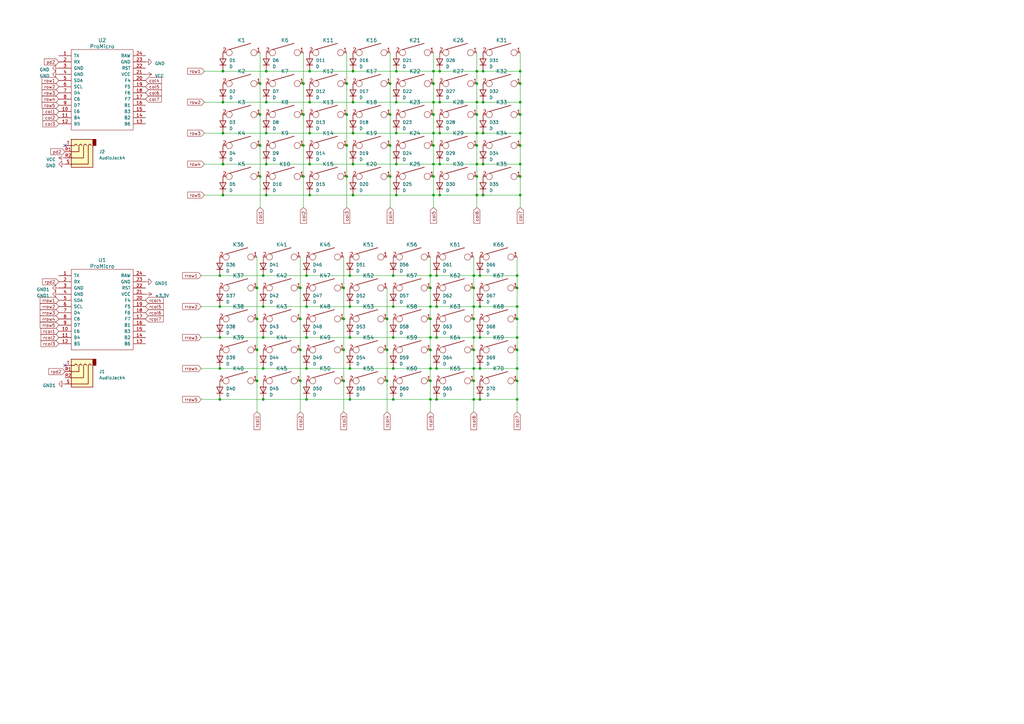
<source format=kicad_sch>
(kicad_sch (version 20230121) (generator eeschema)
  (paper "A3")
  (junction (at 105.41 118.11))
  (junction (at 125.73 138.43))
  (junction (at 107.95 138.43))
  (junction (at 198.12 29.21))
  (junction (at 180.34 67.31))
  (junction (at 140.97 118.11))
  (junction (at 212.09 143.51))
  (junction (at 177.8 54.61))
  (junction (at 212.09 113.03))
  (junction (at 143.51 163.83))
  (junction (at 140.97 130.81))
  (junction (at 158.75 130.81))
  (junction (at 125.73 113.03))
  (junction (at 195.58 34.29))
  (junction (at 162.56 54.61))
  (junction (at 177.8 72.39))
  (junction (at 179.07 151.13))
  (junction (at 124.46 72.39))
  (junction (at 105.41 156.21))
  (junction (at 195.58 54.61))
  (junction (at 158.75 156.21))
  (junction (at 91.44 67.31))
  (junction (at 176.53 138.43))
  (junction (at 212.09 138.43))
  (junction (at 180.34 54.61))
  (junction (at 195.58 59.69))
  (junction (at 161.29 151.13))
  (junction (at 213.36 29.21))
  (junction (at 194.31 125.73))
  (junction (at 160.02 46.99))
  (junction (at 180.34 41.91))
  (junction (at 106.68 34.29))
  (junction (at 125.73 151.13))
  (junction (at 162.56 29.21))
  (junction (at 143.51 125.73))
  (junction (at 162.56 80.01))
  (junction (at 213.36 72.39))
  (junction (at 177.8 34.29))
  (junction (at 180.34 29.21))
  (junction (at 106.68 59.69))
  (junction (at 161.29 138.43))
  (junction (at 123.19 143.51))
  (junction (at 198.12 67.31))
  (junction (at 179.07 163.83))
  (junction (at 107.95 113.03))
  (junction (at 160.02 59.69))
  (junction (at 212.09 163.83))
  (junction (at 107.95 163.83))
  (junction (at 109.22 80.01))
  (junction (at 195.58 29.21))
  (junction (at 109.22 41.91))
  (junction (at 161.29 125.73))
  (junction (at 194.31 130.81))
  (junction (at 198.12 54.61))
  (junction (at 90.17 113.03))
  (junction (at 213.36 59.69))
  (junction (at 179.07 125.73))
  (junction (at 212.09 151.13))
  (junction (at 212.09 130.81))
  (junction (at 140.97 156.21))
  (junction (at 105.41 130.81))
  (junction (at 143.51 151.13))
  (junction (at 105.41 143.51))
  (junction (at 195.58 72.39))
  (junction (at 125.73 125.73))
  (junction (at 213.36 54.61))
  (junction (at 90.17 163.83))
  (junction (at 176.53 113.03))
  (junction (at 177.8 67.31))
  (junction (at 127 29.21))
  (junction (at 213.36 41.91))
  (junction (at 90.17 151.13))
  (junction (at 123.19 130.81))
  (junction (at 177.8 80.01))
  (junction (at 194.31 138.43))
  (junction (at 179.07 138.43))
  (junction (at 195.58 46.99))
  (junction (at 196.85 125.73))
  (junction (at 196.85 113.03))
  (junction (at 144.78 54.61))
  (junction (at 124.46 34.29))
  (junction (at 91.44 80.01))
  (junction (at 212.09 118.11))
  (junction (at 196.85 163.83))
  (junction (at 158.75 143.51))
  (junction (at 177.8 59.69))
  (junction (at 107.95 125.73))
  (junction (at 144.78 67.31))
  (junction (at 109.22 29.21))
  (junction (at 124.46 59.69))
  (junction (at 195.58 67.31))
  (junction (at 162.56 67.31))
  (junction (at 91.44 29.21))
  (junction (at 143.51 138.43))
  (junction (at 160.02 34.29))
  (junction (at 106.68 72.39))
  (junction (at 140.97 143.51))
  (junction (at 194.31 163.83))
  (junction (at 106.68 46.99))
  (junction (at 162.56 41.91))
  (junction (at 161.29 113.03))
  (junction (at 213.36 46.99))
  (junction (at 127 54.61))
  (junction (at 127 41.91))
  (junction (at 194.31 113.03))
  (junction (at 213.36 34.29))
  (junction (at 142.24 46.99))
  (junction (at 176.53 151.13))
  (junction (at 194.31 151.13))
  (junction (at 161.29 163.83))
  (junction (at 107.95 151.13))
  (junction (at 176.53 118.11))
  (junction (at 109.22 67.31))
  (junction (at 177.8 29.21))
  (junction (at 176.53 125.73))
  (junction (at 160.02 72.39))
  (junction (at 213.36 80.01))
  (junction (at 194.31 143.51))
  (junction (at 142.24 59.69))
  (junction (at 213.36 67.31))
  (junction (at 91.44 54.61))
  (junction (at 180.34 80.01))
  (junction (at 176.53 130.81))
  (junction (at 143.51 113.03))
  (junction (at 90.17 138.43))
  (junction (at 196.85 151.13))
  (junction (at 194.31 156.21))
  (junction (at 125.73 163.83))
  (junction (at 144.78 80.01))
  (junction (at 177.8 41.91))
  (junction (at 212.09 125.73))
  (junction (at 91.44 41.91))
  (junction (at 212.09 156.21))
  (junction (at 142.24 34.29))
  (junction (at 195.58 41.91))
  (junction (at 176.53 163.83))
  (junction (at 144.78 29.21))
  (junction (at 123.19 118.11))
  (junction (at 109.22 54.61))
  (junction (at 124.46 46.99))
  (junction (at 194.31 118.11))
  (junction (at 198.12 80.01))
  (junction (at 195.58 80.01))
  (junction (at 176.53 156.21))
  (junction (at 179.07 113.03))
  (junction (at 177.8 46.99))
  (junction (at 176.53 143.51))
  (junction (at 198.12 41.91))
  (junction (at 127 80.01))
  (junction (at 144.78 41.91))
  (junction (at 123.19 156.21))
  (junction (at 127 67.31))
  (junction (at 196.85 138.43))
  (junction (at 90.17 125.73))
  (junction (at 142.24 72.39))
  (no_connect (at 26.67 59.69))
  (no_connect (at 26.67 149.86))
  (wire (pts (xy 194.31 151.13) (xy 196.85 151.13)))
  (wire (pts (xy 161.29 138.43) (xy 176.53 138.43)))
  (wire (pts (xy 127 41.91) (xy 144.78 41.91)))
  (wire (pts (xy 180.34 67.31) (xy 195.58 67.31)))
  (wire (pts (xy 109.22 41.91) (xy 127 41.91)))
  (wire (pts (xy 195.58 80.01) (xy 198.12 80.01)))
  (wire (pts (xy 90.17 113.03) (xy 107.95 113.03)))
  (wire (pts (xy 213.36 80.01) (xy 213.36 85.09)))
  (wire (pts (xy 213.36 67.31) (xy 213.36 72.39)))
  (wire (pts (xy 91.44 67.31) (xy 109.22 67.31)))
  (wire (pts (xy 179.07 125.73) (xy 194.31 125.73)))
  (wire (pts (xy 158.75 130.81) (xy 158.75 143.51)))
  (wire (pts (xy 177.8 59.69) (xy 177.8 67.31)))
  (wire (pts (xy 196.85 113.03) (xy 212.09 113.03)))
  (wire (pts (xy 212.09 156.21) (xy 212.09 163.83)))
  (wire (pts (xy 194.31 130.81) (xy 194.31 138.43)))
  (wire (pts (xy 195.58 80.01) (xy 195.58 85.09)))
  (wire (pts (xy 213.36 21.59) (xy 213.36 29.21)))
  (wire (pts (xy 107.95 151.13) (xy 125.73 151.13)))
  (wire (pts (xy 144.78 67.31) (xy 162.56 67.31)))
  (wire (pts (xy 212.09 151.13) (xy 212.09 156.21)))
  (wire (pts (xy 176.53 125.73) (xy 179.07 125.73)))
  (wire (pts (xy 176.53 105.41) (xy 176.53 113.03)))
  (wire (pts (xy 194.31 113.03) (xy 196.85 113.03)))
  (wire (pts (xy 213.36 54.61) (xy 213.36 59.69)))
  (wire (pts (xy 176.53 138.43) (xy 176.53 143.51)))
  (wire (pts (xy 213.36 59.69) (xy 213.36 67.31)))
  (wire (pts (xy 213.36 72.39) (xy 213.36 80.01)))
  (wire (pts (xy 180.34 41.91) (xy 195.58 41.91)))
  (wire (pts (xy 195.58 46.99) (xy 195.58 54.61)))
  (wire (pts (xy 142.24 46.99) (xy 142.24 59.69)))
  (wire (pts (xy 82.55 113.03) (xy 90.17 113.03)))
  (wire (pts (xy 195.58 29.21) (xy 195.58 34.29)))
  (wire (pts (xy 212.09 130.81) (xy 212.09 138.43)))
  (wire (pts (xy 158.75 143.51) (xy 158.75 156.21)))
  (wire (pts (xy 180.34 54.61) (xy 195.58 54.61)))
  (wire (pts (xy 124.46 46.99) (xy 124.46 59.69)))
  (wire (pts (xy 109.22 67.31) (xy 127 67.31)))
  (wire (pts (xy 176.53 143.51) (xy 176.53 151.13)))
  (wire (pts (xy 194.31 163.83) (xy 194.31 168.91)))
  (wire (pts (xy 176.53 163.83) (xy 179.07 163.83)))
  (wire (pts (xy 177.8 29.21) (xy 177.8 34.29)))
  (wire (pts (xy 158.75 118.11) (xy 158.75 130.81)))
  (wire (pts (xy 161.29 113.03) (xy 176.53 113.03)))
  (wire (pts (xy 107.95 138.43) (xy 125.73 138.43)))
  (wire (pts (xy 123.19 143.51) (xy 123.19 156.21)))
  (wire (pts (xy 106.68 72.39) (xy 106.68 85.09)))
  (wire (pts (xy 125.73 138.43) (xy 143.51 138.43)))
  (wire (pts (xy 180.34 29.21) (xy 195.58 29.21)))
  (wire (pts (xy 213.36 41.91) (xy 213.36 46.99)))
  (wire (pts (xy 212.09 163.83) (xy 212.09 168.91)))
  (wire (pts (xy 83.82 80.01) (xy 91.44 80.01)))
  (wire (pts (xy 162.56 29.21) (xy 177.8 29.21)))
  (wire (pts (xy 160.02 72.39) (xy 160.02 85.09)))
  (wire (pts (xy 176.53 156.21) (xy 176.53 163.83)))
  (wire (pts (xy 124.46 21.59) (xy 124.46 34.29)))
  (wire (pts (xy 195.58 41.91) (xy 195.58 46.99)))
  (wire (pts (xy 105.41 118.11) (xy 105.41 130.81)))
  (wire (pts (xy 196.85 138.43) (xy 212.09 138.43)))
  (wire (pts (xy 176.53 151.13) (xy 176.53 156.21)))
  (wire (pts (xy 123.19 105.41) (xy 123.19 118.11)))
  (wire (pts (xy 125.73 125.73) (xy 143.51 125.73)))
  (wire (pts (xy 143.51 151.13) (xy 161.29 151.13)))
  (wire (pts (xy 195.58 41.91) (xy 198.12 41.91)))
  (wire (pts (xy 142.24 21.59) (xy 142.24 34.29)))
  (wire (pts (xy 140.97 105.41) (xy 140.97 118.11)))
  (wire (pts (xy 144.78 54.61) (xy 162.56 54.61)))
  (wire (pts (xy 179.07 163.83) (xy 194.31 163.83)))
  (wire (pts (xy 161.29 163.83) (xy 176.53 163.83)))
  (wire (pts (xy 198.12 41.91) (xy 213.36 41.91)))
  (wire (pts (xy 194.31 138.43) (xy 194.31 143.51)))
  (wire (pts (xy 125.73 113.03) (xy 143.51 113.03)))
  (wire (pts (xy 162.56 54.61) (xy 177.8 54.61)))
  (wire (pts (xy 142.24 34.29) (xy 142.24 46.99)))
  (wire (pts (xy 196.85 163.83) (xy 212.09 163.83)))
  (wire (pts (xy 194.31 118.11) (xy 194.31 125.73)))
  (wire (pts (xy 194.31 138.43) (xy 196.85 138.43)))
  (wire (pts (xy 105.41 156.21) (xy 105.41 168.91)))
  (wire (pts (xy 177.8 54.61) (xy 180.34 54.61)))
  (wire (pts (xy 107.95 113.03) (xy 125.73 113.03)))
  (wire (pts (xy 212.09 138.43) (xy 212.09 143.51)))
  (wire (pts (xy 176.53 138.43) (xy 179.07 138.43)))
  (wire (pts (xy 195.58 21.59) (xy 195.58 29.21)))
  (wire (pts (xy 144.78 41.91) (xy 162.56 41.91)))
  (wire (pts (xy 198.12 67.31) (xy 213.36 67.31)))
  (wire (pts (xy 106.68 34.29) (xy 106.68 46.99)))
  (wire (pts (xy 213.36 34.29) (xy 213.36 41.91)))
  (wire (pts (xy 144.78 80.01) (xy 162.56 80.01)))
  (wire (pts (xy 83.82 54.61) (xy 91.44 54.61)))
  (wire (pts (xy 177.8 41.91) (xy 177.8 46.99)))
  (wire (pts (xy 162.56 41.91) (xy 177.8 41.91)))
  (wire (pts (xy 177.8 80.01) (xy 177.8 85.09)))
  (wire (pts (xy 179.07 151.13) (xy 194.31 151.13)))
  (wire (pts (xy 90.17 151.13) (xy 107.95 151.13)))
  (wire (pts (xy 161.29 151.13) (xy 176.53 151.13)))
  (wire (pts (xy 176.53 118.11) (xy 176.53 125.73)))
  (wire (pts (xy 109.22 54.61) (xy 127 54.61)))
  (wire (pts (xy 83.82 41.91) (xy 91.44 41.91)))
  (wire (pts (xy 194.31 151.13) (xy 194.31 156.21)))
  (wire (pts (xy 195.58 29.21) (xy 198.12 29.21)))
  (wire (pts (xy 106.68 21.59) (xy 106.68 34.29)))
  (wire (pts (xy 140.97 118.11) (xy 140.97 130.81)))
  (wire (pts (xy 176.53 113.03) (xy 176.53 118.11)))
  (wire (pts (xy 109.22 29.21) (xy 127 29.21)))
  (wire (pts (xy 177.8 34.29) (xy 177.8 41.91)))
  (wire (pts (xy 194.31 105.41) (xy 194.31 113.03)))
  (wire (pts (xy 194.31 143.51) (xy 194.31 151.13)))
  (wire (pts (xy 161.29 125.73) (xy 176.53 125.73)))
  (wire (pts (xy 125.73 163.83) (xy 143.51 163.83)))
  (wire (pts (xy 143.51 113.03) (xy 161.29 113.03)))
  (wire (pts (xy 140.97 143.51) (xy 140.97 156.21)))
  (wire (pts (xy 177.8 54.61) (xy 177.8 59.69)))
  (wire (pts (xy 123.19 130.81) (xy 123.19 143.51)))
  (wire (pts (xy 195.58 59.69) (xy 195.58 67.31)))
  (wire (pts (xy 195.58 67.31) (xy 195.58 72.39)))
  (wire (pts (xy 105.41 130.81) (xy 105.41 143.51)))
  (wire (pts (xy 196.85 125.73) (xy 212.09 125.73)))
  (wire (pts (xy 109.22 80.01) (xy 127 80.01)))
  (wire (pts (xy 123.19 118.11) (xy 123.19 130.81)))
  (wire (pts (xy 213.36 46.99) (xy 213.36 54.61)))
  (wire (pts (xy 195.58 72.39) (xy 195.58 80.01)))
  (wire (pts (xy 160.02 34.29) (xy 160.02 46.99)))
  (wire (pts (xy 177.8 67.31) (xy 177.8 72.39)))
  (wire (pts (xy 143.51 125.73) (xy 161.29 125.73)))
  (wire (pts (xy 180.34 80.01) (xy 195.58 80.01)))
  (wire (pts (xy 198.12 54.61) (xy 213.36 54.61)))
  (wire (pts (xy 127 54.61) (xy 144.78 54.61)))
  (wire (pts (xy 82.55 138.43) (xy 90.17 138.43)))
  (wire (pts (xy 213.36 29.21) (xy 213.36 34.29)))
  (wire (pts (xy 177.8 29.21) (xy 180.34 29.21)))
  (wire (pts (xy 158.75 156.21) (xy 158.75 168.91)))
  (wire (pts (xy 105.41 143.51) (xy 105.41 156.21)))
  (wire (pts (xy 83.82 29.21) (xy 91.44 29.21)))
  (wire (pts (xy 176.53 113.03) (xy 179.07 113.03)))
  (wire (pts (xy 127 29.21) (xy 144.78 29.21)))
  (wire (pts (xy 177.8 21.59) (xy 177.8 29.21)))
  (wire (pts (xy 124.46 72.39) (xy 124.46 85.09)))
  (wire (pts (xy 140.97 156.21) (xy 140.97 168.91)))
  (wire (pts (xy 177.8 72.39) (xy 177.8 80.01)))
  (wire (pts (xy 160.02 46.99) (xy 160.02 59.69)))
  (wire (pts (xy 90.17 125.73) (xy 107.95 125.73)))
  (wire (pts (xy 82.55 163.83) (xy 90.17 163.83)))
  (wire (pts (xy 212.09 118.11) (xy 212.09 125.73)))
  (wire (pts (xy 124.46 59.69) (xy 124.46 72.39)))
  (wire (pts (xy 198.12 80.01) (xy 213.36 80.01)))
  (wire (pts (xy 127 67.31) (xy 144.78 67.31)))
  (wire (pts (xy 106.68 59.69) (xy 106.68 72.39)))
  (wire (pts (xy 91.44 54.61) (xy 109.22 54.61)))
  (wire (pts (xy 143.51 138.43) (xy 161.29 138.43)))
  (wire (pts (xy 140.97 130.81) (xy 140.97 143.51)))
  (wire (pts (xy 176.53 151.13) (xy 179.07 151.13)))
  (wire (pts (xy 90.17 138.43) (xy 107.95 138.43)))
  (wire (pts (xy 82.55 125.73) (xy 90.17 125.73)))
  (wire (pts (xy 177.8 46.99) (xy 177.8 54.61)))
  (wire (pts (xy 160.02 59.69) (xy 160.02 72.39)))
  (wire (pts (xy 90.17 163.83) (xy 107.95 163.83)))
  (wire (pts (xy 144.78 29.21) (xy 162.56 29.21)))
  (wire (pts (xy 162.56 80.01) (xy 177.8 80.01)))
  (wire (pts (xy 83.82 67.31) (xy 91.44 67.31)))
  (wire (pts (xy 162.56 67.31) (xy 177.8 67.31)))
  (wire (pts (xy 82.55 151.13) (xy 90.17 151.13)))
  (wire (pts (xy 176.53 125.73) (xy 176.53 130.81)))
  (wire (pts (xy 107.95 163.83) (xy 125.73 163.83)))
  (wire (pts (xy 177.8 67.31) (xy 180.34 67.31)))
  (wire (pts (xy 212.09 143.51) (xy 212.09 151.13)))
  (wire (pts (xy 194.31 113.03) (xy 194.31 118.11)))
  (wire (pts (xy 160.02 21.59) (xy 160.02 34.29)))
  (wire (pts (xy 91.44 80.01) (xy 109.22 80.01)))
  (wire (pts (xy 196.85 151.13) (xy 212.09 151.13)))
  (wire (pts (xy 177.8 41.91) (xy 180.34 41.91)))
  (wire (pts (xy 195.58 54.61) (xy 198.12 54.61)))
  (wire (pts (xy 176.53 130.81) (xy 176.53 138.43)))
  (wire (pts (xy 106.68 46.99) (xy 106.68 59.69)))
  (wire (pts (xy 142.24 59.69) (xy 142.24 72.39)))
  (wire (pts (xy 212.09 125.73) (xy 212.09 130.81)))
  (wire (pts (xy 194.31 125.73) (xy 194.31 130.81)))
  (wire (pts (xy 212.09 105.41) (xy 212.09 113.03)))
  (wire (pts (xy 194.31 156.21) (xy 194.31 163.83)))
  (wire (pts (xy 91.44 41.91) (xy 109.22 41.91)))
  (wire (pts (xy 212.09 113.03) (xy 212.09 118.11)))
  (wire (pts (xy 195.58 34.29) (xy 195.58 41.91)))
  (wire (pts (xy 105.41 105.41) (xy 105.41 118.11)))
  (wire (pts (xy 124.46 34.29) (xy 124.46 46.99)))
  (wire (pts (xy 195.58 67.31) (xy 198.12 67.31)))
  (wire (pts (xy 195.58 54.61) (xy 195.58 59.69)))
  (wire (pts (xy 142.24 72.39) (xy 142.24 85.09)))
  (wire (pts (xy 143.51 163.83) (xy 161.29 163.83)))
  (wire (pts (xy 123.19 156.21) (xy 123.19 168.91)))
  (wire (pts (xy 179.07 113.03) (xy 194.31 113.03)))
  (wire (pts (xy 179.07 138.43) (xy 194.31 138.43)))
  (wire (pts (xy 125.73 151.13) (xy 143.51 151.13)))
  (wire (pts (xy 194.31 125.73) (xy 196.85 125.73)))
  (wire (pts (xy 194.31 163.83) (xy 196.85 163.83)))
  (wire (pts (xy 177.8 80.01) (xy 180.34 80.01)))
  (wire (pts (xy 176.53 163.83) (xy 176.53 168.91)))
  (wire (pts (xy 198.12 29.21) (xy 213.36 29.21)))
  (wire (pts (xy 107.95 125.73) (xy 125.73 125.73)))
  (wire (pts (xy 127 80.01) (xy 144.78 80.01)))
  (wire (pts (xy 91.44 29.21) (xy 109.22 29.21)))
  (global_label "row2" (shape input) (at 24.13 35.56 180) (property "Intersheetrefs" "${INTERSHEET_REFS}" (effects hide)))
  (global_label "row4" (shape input) (at 24.13 40.64 180) (property "Intersheetrefs" "${INTERSHEET_REFS}" (effects hide)))
  (global_label "row5" (shape input) (at 24.13 43.18 180) (property "Intersheetrefs" "${INTERSHEET_REFS}" (effects hide)))
  (global_label "rcol4" (shape input) (at 59.69 123.19 0) (property "Intersheetrefs" "${INTERSHEET_REFS}" (effects hide)))
  (global_label "pd2" (shape input) (at 26.67 62.23 180) (property "Intersheetrefs" "${INTERSHEET_REFS}" (effects hide)))
  (global_label "rrow2" (shape input) (at 82.55 125.73 180) (property "Intersheetrefs" "${INTERSHEET_REFS}" (effects hide)))
  (global_label "rrow3" (shape input) (at 24.13 128.27 180) (property "Intersheetrefs" "${INTERSHEET_REFS}" (effects hide)))
  (global_label "rrow4" (shape input) (at 82.55 151.13 180) (property "Intersheetrefs" "${INTERSHEET_REFS}" (effects hide)))
  (global_label "row4" (shape input) (at 83.82 67.31 180) (property "Intersheetrefs" "${INTERSHEET_REFS}" (effects hide)))
  (global_label "col3" (shape input) (at 24.13 50.8 180) (property "Intersheetrefs" "${INTERSHEET_REFS}" (effects hide)))
  (global_label "row5" (shape input) (at 83.82 80.01 180) (property "Intersheetrefs" "${INTERSHEET_REFS}" (effects hide)))
  (global_label "rpd2" (shape input) (at 26.67 152.4 180) (property "Intersheetrefs" "${INTERSHEET_REFS}" (effects hide)))
  (global_label "row1" (shape input) (at 24.13 33.02 180) (property "Intersheetrefs" "${INTERSHEET_REFS}" (effects hide)))
  (global_label "rrow1" (shape input) (at 82.55 113.03 180) (property "Intersheetrefs" "${INTERSHEET_REFS}" (effects hide)))
  (global_label "rpd2" (shape input) (at 24.13 115.57 180) (property "Intersheetrefs" "${INTERSHEET_REFS}" (effects hide)))
  (global_label "row1" (shape input) (at 83.82 29.21 180) (property "Intersheetrefs" "${INTERSHEET_REFS}" (effects hide)))
  (global_label "col6" (shape input) (at 195.58 85.09 270) (property "Intersheetrefs" "${INTERSHEET_REFS}" (effects hide)))
  (global_label "col5" (shape input) (at 59.69 35.56 0) (property "Intersheetrefs" "${INTERSHEET_REFS}" (effects hide)))
  (global_label "rcol2" (shape input) (at 24.13 138.43 180) (property "Intersheetrefs" "${INTERSHEET_REFS}" (effects hide)))
  (global_label "rrow4" (shape input) (at 24.13 130.81 180) (property "Intersheetrefs" "${INTERSHEET_REFS}" (effects hide)))
  (global_label "rcol5" (shape input) (at 59.69 125.73 0) (property "Intersheetrefs" "${INTERSHEET_REFS}" (effects hide)))
  (global_label "rcol1" (shape input) (at 24.13 135.89 180) (property "Intersheetrefs" "${INTERSHEET_REFS}" (effects hide)))
  (global_label "rcol3" (shape input) (at 140.97 168.91 270) (property "Intersheetrefs" "${INTERSHEET_REFS}" (effects hide)))
  (global_label "rcol5" (shape input) (at 176.53 168.91 270) (property "Intersheetrefs" "${INTERSHEET_REFS}" (effects hide)))
  (global_label "col4" (shape input) (at 59.69 33.02 0) (property "Intersheetrefs" "${INTERSHEET_REFS}" (effects hide)))
  (global_label "row3" (shape input) (at 83.82 54.61 180) (property "Intersheetrefs" "${INTERSHEET_REFS}" (effects hide)))
  (global_label "rcol6" (shape input) (at 59.69 128.27 0) (property "Intersheetrefs" "${INTERSHEET_REFS}" (effects hide)))
  (global_label "col7" (shape input) (at 59.69 40.64 0) (property "Intersheetrefs" "${INTERSHEET_REFS}" (effects hide)))
  (global_label "col7" (shape input) (at 213.36 85.09 270) (property "Intersheetrefs" "${INTERSHEET_REFS}" (effects hide)))
  (global_label "rcol7" (shape input) (at 59.69 130.81 0) (property "Intersheetrefs" "${INTERSHEET_REFS}" (effects hide)))
  (global_label "rcol4" (shape input) (at 158.75 168.91 270) (property "Intersheetrefs" "${INTERSHEET_REFS}" (effects hide)))
  (global_label "rcol7" (shape input) (at 212.09 168.91 270) (property "Intersheetrefs" "${INTERSHEET_REFS}" (effects hide)))
  (global_label "rrow5" (shape input) (at 24.13 133.35 180) (property "Intersheetrefs" "${INTERSHEET_REFS}" (effects hide)))
  (global_label "row2" (shape input) (at 83.82 41.91 180) (property "Intersheetrefs" "${INTERSHEET_REFS}" (effects hide)))
  (global_label "row3" (shape input) (at 24.13 38.1 180) (property "Intersheetrefs" "${INTERSHEET_REFS}" (effects hide)))
  (global_label "col4" (shape input) (at 160.02 85.09 270) (property "Intersheetrefs" "${INTERSHEET_REFS}" (effects hide)))
  (global_label "rcol2" (shape input) (at 123.19 168.91 270) (property "Intersheetrefs" "${INTERSHEET_REFS}" (effects hide)))
  (global_label "col1" (shape input) (at 106.68 85.09 270) (property "Intersheetrefs" "${INTERSHEET_REFS}" (effects hide)))
  (global_label "rrow2" (shape input) (at 24.13 125.73 180) (property "Intersheetrefs" "${INTERSHEET_REFS}" (effects hide)))
  (global_label "rcol6" (shape input) (at 194.31 168.91 270) (property "Intersheetrefs" "${INTERSHEET_REFS}" (effects hide)))
  (global_label "pd2" (shape input) (at 24.13 25.4 180) (property "Intersheetrefs" "${INTERSHEET_REFS}" (effects hide)))
  (global_label "rrow5" (shape input) (at 82.55 163.83 180) (property "Intersheetrefs" "${INTERSHEET_REFS}" (effects hide)))
  (global_label "col3" (shape input) (at 142.24 85.09 270) (property "Intersheetrefs" "${INTERSHEET_REFS}" (effects hide)))
  (global_label "rrow1" (shape input) (at 24.13 123.19 180) (property "Intersheetrefs" "${INTERSHEET_REFS}" (effects hide)))
  (global_label "col1" (shape input) (at 24.13 45.72 180) (property "Intersheetrefs" "${INTERSHEET_REFS}" (effects hide)))
  (global_label "col6" (shape input) (at 59.69 38.1 0) (property "Intersheetrefs" "${INTERSHEET_REFS}" (effects hide)))
  (global_label "rcol1" (shape input) (at 105.41 168.91 270) (property "Intersheetrefs" "${INTERSHEET_REFS}" (effects hide)))
  (global_label "col2" (shape input) (at 24.13 48.26 180) (property "Intersheetrefs" "${INTERSHEET_REFS}" (effects hide)))
  (global_label "rrow3" (shape input) (at 82.55 138.43 180) (property "Intersheetrefs" "${INTERSHEET_REFS}" (effects hide)))
  (global_label "rcol3" (shape input) (at 24.13 140.97 180) (property "Intersheetrefs" "${INTERSHEET_REFS}" (effects hide)))
  (global_label "col2" (shape input) (at 124.46 85.09 270) (property "Intersheetrefs" "${INTERSHEET_REFS}" (effects hide)))
  (global_label "col5" (shape input) (at 177.8 85.09 270) (property "Intersheetrefs" "${INTERSHEET_REFS}" (effects hide)))
  (symbol (lib_id "keyboard_parts:KEYSW") (at 99.06 72.39 0) (unit 1)
    (property "Reference" "K5" (at 99.06 67.31 0) (effects (font (size 1.524 1.524))))
    (property "Value" "KEYSW" (effects hide))
    (property "Footprint" "keyboard_parts.pretty-master:Mx_Alps_100" (effects hide))
  )
  (symbol (lib_id "keyboard_parts:KEYSW") (at 152.4 59.69 0) (unit 1)
    (property "Reference" "K19" (at 152.4 54.61 0) (effects (font (size 1.524 1.524))))
    (property "Value" "KEYSW" (effects hide))
    (property "Footprint" "keyboard_parts.pretty-master:Mx_Alps_100" (effects hide))
  )
  (symbol (lib_id "Device:D") (at 179.07 109.22 90) (unit 1)
    (property "Reference" "D61" (at 181.61 108.585 90) (effects (justify right)))
    (property "Value" "D" (at 181.61 111.125 90) (effects (justify right)))
    (property "Footprint" "keyboard_parts.pretty-master:D_SOD123_axial" (effects hide))
    (property "Sim.Device" "D" (effects hide))
    (property "Sim.Pins" "1=K 2=A" (effects hide))
  )
  (symbol (lib_id "Device:D") (at 109.22 38.1 90) (unit 1)
    (property "Reference" "D7" (at 111.76 37.465 90) (effects (justify right)))
    (property "Value" "D" (at 111.76 40.005 90) (effects (justify right)))
    (property "Footprint" "keyboard_parts.pretty-master:D_SOD123_axial" (effects hide))
    (property "Sim.Device" "D" (effects hide))
    (property "Sim.Pins" "1=K 2=A" (effects hide))
  )
  (symbol (lib_id "Device:D") (at 144.78 38.1 90) (unit 1)
    (property "Reference" "D17" (at 147.32 37.465 90) (effects (justify right)))
    (property "Value" "D" (at 147.32 40.005 90) (effects (justify right)))
    (property "Footprint" "keyboard_parts.pretty-master:D_SOD123_axial" (effects hide))
    (property "Sim.Device" "D" (effects hide))
    (property "Sim.Pins" "1=K 2=A" (effects hide))
  )
  (symbol (lib_id "keyboard_parts:KEYSW") (at 170.18 72.39 0) (unit 1)
    (property "Reference" "K25" (at 170.18 67.31 0) (effects (font (size 1.524 1.524))))
    (property "Value" "KEYSW" (effects hide))
    (property "Footprint" "keyboard_parts.pretty-master:Mx_Alps_100" (effects hide))
  )
  (symbol (lib_id "keyboard_parts:KEYSW") (at 204.47 130.81 0) (unit 1)
    (property "Reference" "K68" (at 204.47 125.73 0) (effects (font (size 1.524 1.524))))
    (property "Value" "KEYSW" (effects hide))
    (property "Footprint" "keyboard_parts.pretty-master:Mx_Alps_100" (effects hide))
  )
  (symbol (lib_id "keyboard_parts:KEYSW") (at 170.18 34.29 0) (unit 1)
    (property "Reference" "K22" (at 170.18 29.21 0) (effects (font (size 1.524 1.524))))
    (property "Value" "KEYSW" (effects hide))
    (property "Footprint" "keyboard_parts.pretty-master:Mx_Alps_100" (effects hide))
  )
  (symbol (lib_id "Device:D") (at 198.12 76.2 90) (unit 1)
    (property "Reference" "D35" (at 200.66 75.565 90) (effects (justify right)))
    (property "Value" "D" (at 200.66 78.105 90) (effects (justify right)))
    (property "Footprint" "keyboard_parts.pretty-master:D_SOD123_axial" (effects hide))
    (property "Sim.Device" "D" (effects hide))
    (property "Sim.Pins" "1=K 2=A" (effects hide))
  )
  (symbol (lib_id "Device:D") (at 162.56 50.8 90) (unit 1)
    (property "Reference" "D23" (at 165.1 50.165 90) (effects (justify right)))
    (property "Value" "D" (at 165.1 52.705 90) (effects (justify right)))
    (property "Footprint" "keyboard_parts.pretty-master:D_SOD123_axial" (effects hide))
    (property "Sim.Device" "D" (effects hide))
    (property "Sim.Pins" "1=K 2=A" (effects hide))
  )
  (symbol (lib_id "keyboard_parts:KEYSW") (at 151.13 156.21 0) (unit 1)
    (property "Reference" "K55" (at 151.13 151.13 0) (effects (font (size 1.524 1.524))))
    (property "Value" "KEYSW" (effects hide))
    (property "Footprint" "keyboard_parts.pretty-master:Mx_Alps_100" (effects hide))
  )
  (symbol (lib_id "Device:D") (at 109.22 50.8 90) (unit 1)
    (property "Reference" "D8" (at 111.76 50.165 90) (effects (justify right)))
    (property "Value" "D" (at 111.76 52.705 90) (effects (justify right)))
    (property "Footprint" "keyboard_parts.pretty-master:D_SOD123_axial" (effects hide))
    (property "Sim.Device" "D" (effects hide))
    (property "Sim.Pins" "1=K 2=A" (effects hide))
  )
  (symbol (lib_id "Device:D") (at 90.17 109.22 90) (unit 1)
    (property "Reference" "D36" (at 92.71 108.585 90) (effects (justify right)))
    (property "Value" "D" (at 92.71 111.125 90) (effects (justify right)))
    (property "Footprint" "keyboard_parts.pretty-master:D_SOD123_axial" (effects hide))
    (property "Sim.Device" "D" (effects hide))
    (property "Sim.Pins" "1=K 2=A" (effects hide))
  )
  (symbol (lib_id "keyboard_parts:KEYSW") (at 170.18 21.59 0) (unit 1)
    (property "Reference" "K21" (at 170.18 16.51 0) (effects (font (size 1.524 1.524))))
    (property "Value" "KEYSW" (effects hide))
    (property "Footprint" "keyboard_parts.pretty-master:Mx_Alps_100" (effects hide))
  )
  (symbol (lib_id "keyboard_parts:KEYSW") (at 168.91 143.51 0) (unit 1)
    (property "Reference" "K59" (at 168.91 138.43 0) (effects (font (size 1.524 1.524))))
    (property "Value" "KEYSW" (effects hide))
    (property "Footprint" "keyboard_parts.pretty-master:Mx_Alps_100" (effects hide))
  )
  (symbol (lib_id "keyboard_parts:KEYSW") (at 99.06 46.99 0) (unit 1)
    (property "Reference" "K3" (at 99.06 41.91 0) (effects (font (size 1.524 1.524))))
    (property "Value" "KEYSW" (effects hide))
    (property "Footprint" "keyboard_parts.pretty-master:Mx_Alps_100" (effects hide))
  )
  (symbol (lib_id "keyboard_parts:KEYSW") (at 205.74 34.29 0) (unit 1)
    (property "Reference" "K32" (at 205.74 29.21 0) (effects (font (size 1.524 1.524))))
    (property "Value" "KEYSW" (effects hide))
    (property "Footprint" "keyboard_parts.pretty-master:Mx_Alps_100" (effects hide))
  )
  (symbol (lib_id "Device:D") (at 161.29 121.92 90) (unit 1)
    (property "Reference" "D57" (at 163.83 121.285 90) (effects (justify right)))
    (property "Value" "D" (at 163.83 123.825 90) (effects (justify right)))
    (property "Footprint" "keyboard_parts.pretty-master:D_SOD123_axial" (effects hide))
    (property "Sim.Device" "D" (effects hide))
    (property "Sim.Pins" "1=K 2=A" (effects hide))
  )
  (symbol (lib_id "Device:D") (at 196.85 147.32 90) (unit 1)
    (property "Reference" "D69" (at 199.39 146.685 90) (effects (justify right)))
    (property "Value" "D" (at 199.39 149.225 90) (effects (justify right)))
    (property "Footprint" "keyboard_parts.pretty-master:D_SOD123_axial" (effects hide))
    (property "Sim.Device" "D" (effects hide))
    (property "Sim.Pins" "1=K 2=A" (effects hide))
  )
  (symbol (lib_id "Device:D") (at 180.34 63.5 90) (unit 1)
    (property "Reference" "D29" (at 182.88 62.865 90) (effects (justify right)))
    (property "Value" "D" (at 182.88 65.405 90) (effects (justify right)))
    (property "Footprint" "keyboard_parts.pretty-master:D_SOD123_axial" (effects hide))
    (property "Sim.Device" "D" (effects hide))
    (property "Sim.Pins" "1=K 2=A" (effects hide))
  )
  (symbol (lib_id "Device:D") (at 144.78 76.2 90) (unit 1)
    (property "Reference" "D20" (at 147.32 75.565 90) (effects (justify right)))
    (property "Value" "D" (at 147.32 78.105 90) (effects (justify right)))
    (property "Footprint" "keyboard_parts.pretty-master:D_SOD123_axial" (effects hide))
    (property "Sim.Device" "D" (effects hide))
    (property "Sim.Pins" "1=K 2=A" (effects hide))
  )
  (symbol (lib_id "keyboard_parts:KEYSW") (at 204.47 118.11 0) (unit 1)
    (property "Reference" "K67" (at 204.47 113.03 0) (effects (font (size 1.524 1.524))))
    (property "Value" "KEYSW" (effects hide))
    (property "Footprint" "keyboard_parts.pretty-master:Mx_Alps_100" (effects hide))
  )
  (symbol (lib_id "keyboard_parts:KEYSW") (at 205.74 59.69 0) (unit 1)
    (property "Reference" "K34" (at 205.74 54.61 0) (effects (font (size 1.524 1.524))))
    (property "Value" "KEYSW" (effects hide))
    (property "Footprint" "keyboard_parts.pretty-master:Mx_Alps_100" (effects hide))
  )
  (symbol (lib_id "Device:D") (at 144.78 25.4 90) (unit 1)
    (property "Reference" "D16" (at 147.32 24.765 90) (effects (justify right)))
    (property "Value" "D" (at 147.32 27.305 90) (effects (justify right)))
    (property "Footprint" "keyboard_parts.pretty-master:D_SOD123_axial" (effects hide))
    (property "Sim.Device" "D" (effects hide))
    (property "Sim.Pins" "1=K 2=A" (effects hide))
  )
  (symbol (lib_id "Device:D") (at 91.44 25.4 90) (unit 1)
    (property "Reference" "D1" (at 93.98 24.765 90) (effects (justify right)))
    (property "Value" "D" (at 93.98 27.305 90) (effects (justify right)))
    (property "Footprint" "keyboard_parts.pretty-master:D_SOD123_axial" (effects hide))
    (property "Sim.Device" "D" (effects hide))
    (property "Sim.Pins" "1=K 2=A" (effects hide))
  )
  (symbol (lib_id "power:VCC") (at 59.69 30.48 270) (unit 1)
    (property "Reference" "#PWR015" (effects hide))
    (property "Value" "VCC" (at 63.5 31.115 90) (effects (justify left)))
  )
  (symbol (lib_id "power:GND") (at 24.13 30.48 270) (unit 1)
    (property "Reference" "#PWR019" (effects hide))
    (property "Value" "GND" (at 20.32 31.115 90) (effects (justify right)))
  )
  (symbol (lib_id "keyboard_parts:KEYSW") (at 186.69 130.81 0) (unit 1)
    (property "Reference" "K63" (at 186.69 125.73 0) (effects (font (size 1.524 1.524))))
    (property "Value" "KEYSW" (effects hide))
    (property "Footprint" "keyboard_parts.pretty-master:Mx_Alps_100" (effects hide))
  )
  (symbol (lib_id "Device:D") (at 109.22 63.5 90) (unit 1)
    (property "Reference" "D9" (at 111.76 62.865 90) (effects (justify right)))
    (property "Value" "D" (at 111.76 65.405 90) (effects (justify right)))
    (property "Footprint" "keyboard_parts.pretty-master:D_SOD123_axial" (effects hide))
    (property "Sim.Device" "D" (effects hide))
    (property "Sim.Pins" "1=K 2=A" (effects hide))
  )
  (symbol (lib_id "keyboard_parts:KEYSW") (at 99.06 21.59 0) (unit 1)
    (property "Reference" "K1" (at 99.06 16.51 0) (effects (font (size 1.524 1.524))))
    (property "Value" "KEYSW" (effects hide))
    (property "Footprint" "keyboard_parts.pretty-master:Mx_Alps_100" (effects hide))
  )
  (symbol (lib_id "Device:D") (at 162.56 38.1 90) (unit 1)
    (property "Reference" "D22" (at 165.1 37.465 90) (effects (justify right)))
    (property "Value" "D" (at 165.1 40.005 90) (effects (justify right)))
    (property "Footprint" "keyboard_parts.pretty-master:D_SOD123_axial" (effects hide))
    (property "Sim.Device" "D" (effects hide))
    (property "Sim.Pins" "1=K 2=A" (effects hide))
  )
  (symbol (lib_id "Device:D") (at 107.95 147.32 90) (unit 1)
    (property "Reference" "D44" (at 110.49 146.685 90) (effects (justify right)))
    (property "Value" "D" (at 110.49 149.225 90) (effects (justify right)))
    (property "Footprint" "keyboard_parts.pretty-master:D_SOD123_axial" (effects hide))
    (property "Sim.Device" "D" (effects hide))
    (property "Sim.Pins" "1=K 2=A" (effects hide))
  )
  (symbol (lib_id "keyboard_parts:KEYSW") (at 187.96 34.29 0) (unit 1)
    (property "Reference" "K27" (at 187.96 29.21 0) (effects (font (size 1.524 1.524))))
    (property "Value" "KEYSW" (effects hide))
    (property "Footprint" "keyboard_parts.pretty-master:Mx_Alps_100" (effects hide))
  )
  (symbol (lib_id "Device:D") (at 144.78 50.8 90) (unit 1)
    (property "Reference" "D18" (at 147.32 50.165 90) (effects (justify right)))
    (property "Value" "D" (at 147.32 52.705 90) (effects (justify right)))
    (property "Footprint" "keyboard_parts.pretty-master:D_SOD123_axial" (effects hide))
    (property "Sim.Device" "D" (effects hide))
    (property "Sim.Pins" "1=K 2=A" (effects hide))
  )
  (symbol (lib_id "Device:D") (at 127 63.5 90) (unit 1)
    (property "Reference" "D14" (at 129.54 62.865 90) (effects (justify right)))
    (property "Value" "D" (at 129.54 65.405 90) (effects (justify right)))
    (property "Footprint" "keyboard_parts.pretty-master:D_SOD123_axial" (effects hide))
    (property "Sim.Device" "D" (effects hide))
    (property "Sim.Pins" "1=K 2=A" (effects hide))
  )
  (symbol (lib_id "Device:D") (at 109.22 76.2 90) (unit 1)
    (property "Reference" "D10" (at 111.76 75.565 90) (effects (justify right)))
    (property "Value" "D" (at 111.76 78.105 90) (effects (justify right)))
    (property "Footprint" "keyboard_parts.pretty-master:D_SOD123_axial" (effects hide))
    (property "Sim.Device" "D" (effects hide))
    (property "Sim.Pins" "1=K 2=A" (effects hide))
  )
  (symbol (lib_id "keyboard_parts:KEYSW") (at 134.62 21.59 0) (unit 1)
    (property "Reference" "K11" (at 134.62 16.51 0) (effects (font (size 1.524 1.524))))
    (property "Value" "KEYSW" (effects hide))
    (property "Footprint" "keyboard_parts.pretty-master:Mx_Alps_100" (effects hide))
  )
  (symbol (lib_id "keyboard_parts:KEYSW") (at 187.96 46.99 0) (unit 1)
    (property "Reference" "K28" (at 187.96 41.91 0) (effects (font (size 1.524 1.524))))
    (property "Value" "KEYSW" (effects hide))
    (property "Footprint" "keyboard_parts.pretty-master:Mx_Alps_100" (effects hide))
  )
  (symbol (lib_id "keyboard_parts:KEYSW") (at 115.57 118.11 0) (unit 1)
    (property "Reference" "K42" (at 115.57 113.03 0) (effects (font (size 1.524 1.524))))
    (property "Value" "KEYSW" (effects hide))
    (property "Footprint" "keyboard_parts.pretty-master:Mx_Alps_100" (effects hide))
  )
  (symbol (lib_id "keyboard_parts:KEYSW") (at 97.79 130.81 0) (unit 1)
    (property "Reference" "K38" (at 97.79 125.73 0) (effects (font (size 1.524 1.524))))
    (property "Value" "KEYSW" (effects hide))
    (property "Footprint" "keyboard_parts.pretty-master:Mx_Alps_100" (effects hide))
  )
  (symbol (lib_id "Device:D") (at 180.34 25.4 90) (unit 1)
    (property "Reference" "D26" (at 182.88 24.765 90) (effects (justify right)))
    (property "Value" "D" (at 182.88 27.305 90) (effects (justify right)))
    (property "Footprint" "keyboard_parts.pretty-master:D_SOD123_axial" (effects hide))
    (property "Sim.Device" "D" (effects hide))
    (property "Sim.Pins" "1=K 2=A" (effects hide))
  )
  (symbol (lib_id "power:GND1") (at 24.13 120.65 270) (unit 1)
    (property "Reference" "#PWR06" (effects hide))
    (property "Value" "GND1" (at 20.32 121.285 90) (effects (justify right)))
  )
  (symbol (lib_id "keyboard_parts:KEYSW") (at 133.35 105.41 0) (unit 1)
    (property "Reference" "K46" (at 133.35 100.33 0) (effects (font (size 1.524 1.524))))
    (property "Value" "KEYSW" (effects hide))
    (property "Footprint" "keyboard_parts.pretty-master:Mx_Alps_100" (effects hide))
  )
  (symbol (lib_id "keyboard_parts:KEYSW") (at 133.35 130.81 0) (unit 1)
    (property "Reference" "K48" (at 133.35 125.73 0) (effects (font (size 1.524 1.524))))
    (property "Value" "KEYSW" (effects hide))
    (property "Footprint" "keyboard_parts.pretty-master:Mx_Alps_100" (effects hide))
  )
  (symbol (lib_id "Device:D") (at 125.73 147.32 90) (unit 1)
    (property "Reference" "D49" (at 128.27 146.685 90) (effects (justify right)))
    (property "Value" "D" (at 128.27 149.225 90) (effects (justify right)))
    (property "Footprint" "keyboard_parts.pretty-master:D_SOD123_axial" (effects hide))
    (property "Sim.Device" "D" (effects hide))
    (property "Sim.Pins" "1=K 2=A" (effects hide))
  )
  (symbol (lib_id "Device:D") (at 91.44 76.2 90) (unit 1)
    (property "Reference" "D5" (at 93.98 75.565 90) (effects (justify right)))
    (property "Value" "D" (at 93.98 78.105 90) (effects (justify right)))
    (property "Footprint" "keyboard_parts.pretty-master:D_SOD123_axial" (effects hide))
    (property "Sim.Device" "D" (effects hide))
    (property "Sim.Pins" "1=K 2=A" (effects hide))
  )
  (symbol (lib_id "keyboard_parts:KEYSW") (at 116.84 21.59 0) (unit 1)
    (property "Reference" "K6" (at 116.84 16.51 0) (effects (font (size 1.524 1.524))))
    (property "Value" "KEYSW" (effects hide))
    (property "Footprint" "keyboard_parts.pretty-master:Mx_Alps_100" (effects hide))
  )
  (symbol (lib_id "keyboard_parts:KEYSW") (at 152.4 34.29 0) (unit 1)
    (property "Reference" "K17" (at 152.4 29.21 0) (effects (font (size 1.524 1.524))))
    (property "Value" "KEYSW" (effects hide))
    (property "Footprint" "keyboard_parts.pretty-master:Mx_Alps_100" (effects hide))
  )
  (symbol (lib_id "Device:D") (at 127 25.4 90) (unit 1)
    (property "Reference" "D11" (at 129.54 24.765 90) (effects (justify right)))
    (property "Value" "D" (at 129.54 27.305 90) (effects (justify right)))
    (property "Footprint" "keyboard_parts.pretty-master:D_SOD123_axial" (effects hide))
    (property "Sim.Device" "D" (effects hide))
    (property "Sim.Pins" "1=K 2=A" (effects hide))
  )
  (symbol (lib_id "keyboard_parts:KEYSW") (at 186.69 156.21 0) (unit 1)
    (property "Reference" "K65" (at 186.69 151.13 0) (effects (font (size 1.524 1.524))))
    (property "Value" "KEYSW" (effects hide))
    (property "Footprint" "keyboard_parts.pretty-master:Mx_Alps_100" (effects hide))
  )
  (symbol (lib_id "Device:D") (at 196.85 109.22 90) (unit 1)
    (property "Reference" "D66" (at 199.39 108.585 90) (effects (justify right)))
    (property "Value" "D" (at 199.39 111.125 90) (effects (justify right)))
    (property "Footprint" "keyboard_parts.pretty-master:D_SOD123_axial" (effects hide))
    (property "Sim.Device" "D" (effects hide))
    (property "Sim.Pins" "1=K 2=A" (effects hide))
  )
  (symbol (lib_id "Device:D") (at 161.29 134.62 90) (unit 1)
    (property "Reference" "D58" (at 163.83 133.985 90) (effects (justify right)))
    (property "Value" "D" (at 163.83 136.525 90) (effects (justify right)))
    (property "Footprint" "keyboard_parts.pretty-master:D_SOD123_axial" (effects hide))
    (property "Sim.Device" "D" (effects hide))
    (property "Sim.Pins" "1=K 2=A" (effects hide))
  )
  (symbol (lib_id "keyboard_parts:KEYSW") (at 187.96 21.59 0) (unit 1)
    (property "Reference" "K26" (at 187.96 16.51 0) (effects (font (size 1.524 1.524))))
    (property "Value" "KEYSW" (effects hide))
    (property "Footprint" "keyboard_parts.pretty-master:Mx_Alps_100" (effects hide))
  )
  (symbol (lib_id "keyboard_parts:KEYSW") (at 97.79 118.11 0) (unit 1)
    (property "Reference" "K37" (at 97.79 113.03 0) (effects (font (size 1.524 1.524))))
    (property "Value" "KEYSW" (effects hide))
    (property "Footprint" "keyboard_parts.pretty-master:Mx_Alps_100" (effects hide))
  )
  (symbol (lib_id "keyboard_parts:KEYSW") (at 97.79 156.21 0) (unit 1)
    (property "Reference" "K40" (at 97.79 151.13 0) (effects (font (size 1.524 1.524))))
    (property "Value" "KEYSW" (effects hide))
    (property "Footprint" "keyboard_parts.pretty-master:Mx_Alps_100" (effects hide))
  )
  (symbol (lib_id "keyboard_parts:KEYSW") (at 97.79 105.41 0) (unit 1)
    (property "Reference" "K36" (at 97.79 100.33 0) (effects (font (size 1.524 1.524))))
    (property "Value" "KEYSW" (effects hide))
    (property "Footprint" "keyboard_parts.pretty-master:Mx_Alps_100" (effects hide))
  )
  (symbol (lib_id "power:GND") (at 24.13 27.94 270) (unit 1)
    (property "Reference" "#PWR018" (effects hide))
    (property "Value" "GND" (at 20.32 28.575 90) (effects (justify right)))
  )
  (symbol (lib_id "keyboard_parts:KEYSW") (at 152.4 46.99 0) (unit 1)
    (property "Reference" "K18" (at 152.4 41.91 0) (effects (font (size 1.524 1.524))))
    (property "Value" "KEYSW" (effects hide))
    (property "Footprint" "keyboard_parts.pretty-master:Mx_Alps_100" (effects hide))
  )
  (symbol (lib_id "keyboard_parts:KEYSW") (at 186.69 118.11 0) (unit 1)
    (property "Reference" "K62" (at 186.69 113.03 0) (effects (font (size 1.524 1.524))))
    (property "Value" "KEYSW" (effects hide))
    (property "Footprint" "keyboard_parts.pretty-master:Mx_Alps_100" (effects hide))
  )
  (symbol (lib_id "promicro:ProMicro") (at 41.91 132.08 0) (unit 1)
    (property "Reference" "U1" (at 41.91 106.68 0) (effects (font (size 1.524 1.524))))
    (property "Value" "ProMicro" (at 41.91 109.22 0) (effects (font (size 1.524 1.524))))
    (property "Footprint" "keyboard_parts.pretty-master:Pro_Micro" (effects hide))
  )
  (symbol (lib_id "keyboard_parts:KEYSW") (at 151.13 130.81 0) (unit 1)
    (property "Reference" "K53" (at 151.13 125.73 0) (effects (font (size 1.524 1.524))))
    (property "Value" "KEYSW" (effects hide))
    (property "Footprint" "keyboard_parts.pretty-master:Mx_Alps_100" (effects hide))
  )
  (symbol (lib_id "keyboard_parts:KEYSW") (at 115.57 156.21 0) (unit 1)
    (property "Reference" "K45" (at 115.57 151.13 0) (effects (font (size 1.524 1.524))))
    (property "Value" "KEYSW" (effects hide))
    (property "Footprint" "keyboard_parts.pretty-master:Mx_Alps_100" (effects hide))
  )
  (symbol (lib_id "Device:D") (at 107.95 121.92 90) (unit 1)
    (property "Reference" "D42" (at 110.49 121.285 90) (effects (justify right)))
    (property "Value" "D" (at 110.49 123.825 90) (effects (justify right)))
    (property "Footprint" "keyboard_parts.pretty-master:D_SOD123_axial" (effects hide))
    (property "Sim.Device" "D" (effects hide))
    (property "Sim.Pins" "1=K 2=A" (effects hide))
  )
  (symbol (lib_id "power:GND1") (at 24.13 118.11 270) (unit 1)
    (property "Reference" "#PWR03" (effects hide))
    (property "Value" "GND1" (at 20.32 118.745 90) (effects (justify right)))
  )
  (symbol (lib_id "Device:D") (at 125.73 134.62 90) (unit 1)
    (property "Reference" "D48" (at 128.27 133.985 90) (effects (justify right)))
    (property "Value" "D" (at 128.27 136.525 90) (effects (justify right)))
    (property "Footprint" "keyboard_parts.pretty-master:D_SOD123_axial" (effects hide))
    (property "Sim.Device" "D" (effects hide))
    (property "Sim.Pins" "1=K 2=A" (effects hide))
  )
  (symbol (lib_id "keyboard_parts:KEYSW") (at 205.74 46.99 0) (unit 1)
    (property "Reference" "K33" (at 205.74 41.91 0) (effects (font (size 1.524 1.524))))
    (property "Value" "KEYSW" (effects hide))
    (property "Footprint" "keyboard_parts.pretty-master:Mx_Alps_100" (effects hide))
  )
  (symbol (lib_id "keyboard_parts:KEYSW") (at 168.91 156.21 0) (unit 1)
    (property "Reference" "K60" (at 168.91 151.13 0) (effects (font (size 1.524 1.524))))
    (property "Value" "KEYSW" (effects hide))
    (property "Footprint" "keyboard_parts.pretty-master:Mx_Alps_100" (effects hide))
  )
  (symbol (lib_id "keyboard_parts:KEYSW") (at 204.47 156.21 0) (unit 1)
    (property "Reference" "K70" (at 204.47 151.13 0) (effects (font (size 1.524 1.524))))
    (property "Value" "KEYSW" (effects hide))
    (property "Footprint" "keyboard_parts.pretty-master:Mx_Alps_100" (effects hide))
  )
  (symbol (lib_id "keyboard_parts:KEYSW") (at 204.47 143.51 0) (unit 1)
    (property "Reference" "K69" (at 204.47 138.43 0) (effects (font (size 1.524 1.524))))
    (property "Value" "KEYSW" (effects hide))
    (property "Footprint" "keyboard_parts.pretty-master:Mx_Alps_100" (effects hide))
  )
  (symbol (lib_id "keyboard_parts:KEYSW") (at 168.91 118.11 0) (unit 1)
    (property "Reference" "K57" (at 168.91 113.03 0) (effects (font (size 1.524 1.524))))
    (property "Value" "KEYSW" (effects hide))
    (property "Footprint" "keyboard_parts.pretty-master:Mx_Alps_100" (effects hide))
  )
  (symbol (lib_id "Device:D") (at 143.51 109.22 90) (unit 1)
    (property "Reference" "D51" (at 146.05 108.585 90) (effects (justify right)))
    (property "Value" "D" (at 146.05 111.125 90) (effects (justify right)))
    (property "Footprint" "keyboard_parts.pretty-master:D_SOD123_axial" (effects hide))
    (property "Sim.Device" "D" (effects hide))
    (property "Sim.Pins" "1=K 2=A" (effects hide))
  )
  (symbol (lib_id "keyboard_parts:KEYSW") (at 116.84 59.69 0) (unit 1)
    (property "Reference" "K9" (at 116.84 54.61 0) (effects (font (size 1.524 1.524))))
    (property "Value" "KEYSW" (effects hide))
    (property "Footprint" "keyboard_parts.pretty-master:Mx_Alps_100" (effects hide))
  )
  (symbol (lib_id "keyboard_parts:KEYSW") (at 134.62 34.29 0) (unit 1)
    (property "Reference" "K12" (at 134.62 29.21 0) (effects (font (size 1.524 1.524))))
    (property "Value" "KEYSW" (effects hide))
    (property "Footprint" "keyboard_parts.pretty-master:Mx_Alps_100" (effects hide))
  )
  (symbol (lib_id "keyboard_parts:KEYSW") (at 116.84 72.39 0) (unit 1)
    (property "Reference" "K10" (at 116.84 67.31 0) (effects (font (size 1.524 1.524))))
    (property "Value" "KEYSW" (effects hide))
    (property "Footprint" "keyboard_parts.pretty-master:Mx_Alps_100" (effects hide))
  )
  (symbol (lib_id "Device:D") (at 162.56 25.4 90) (unit 1)
    (property "Reference" "D21" (at 165.1 24.765 90) (effects (justify right)))
    (property "Value" "D" (at 165.1 27.305 90) (effects (justify right)))
    (property "Footprint" "keyboard_parts.pretty-master:D_SOD123_axial" (effects hide))
    (property "Sim.Device" "D" (effects hide))
    (property "Sim.Pins" "1=K 2=A" (effects hide))
  )
  (symbol (lib_id "keyboard_parts:KEYSW") (at 115.57 105.41 0) (unit 1)
    (property "Reference" "K41" (at 115.57 100.33 0) (effects (font (size 1.524 1.524))))
    (property "Value" "KEYSW" (effects hide))
    (property "Footprint" "keyboard_parts.pretty-master:Mx_Alps_100" (effects hide))
  )
  (symbol (lib_id "keyboard_parts:KEYSW") (at 168.91 105.41 0) (unit 1)
    (property "Reference" "K56" (at 168.91 100.33 0) (effects (font (size 1.524 1.524))))
    (property "Value" "KEYSW" (effects hide))
    (property "Footprint" "keyboard_parts.pretty-master:Mx_Alps_100" (effects hide))
  )
  (symbol (lib_id "Device:D") (at 90.17 134.62 90) (unit 1)
    (property "Reference" "D38" (at 92.71 133.985 90) (effects (justify right)))
    (property "Value" "D" (at 92.71 136.525 90) (effects (justify right)))
    (property "Footprint" "keyboard_parts.pretty-master:D_SOD123_axial" (effects hide))
    (property "Sim.Device" "D" (effects hide))
    (property "Sim.Pins" "1=K 2=A" (effects hide))
  )
  (symbol (lib_id "Device:D") (at 107.95 109.22 90) (unit 1)
    (property "Reference" "D41" (at 110.49 108.585 90) (effects (justify right)))
    (property "Value" "D" (at 110.49 111.125 90) (effects (justify right)))
    (property "Footprint" "keyboard_parts.pretty-master:D_SOD123_axial" (effects hide))
    (property "Sim.Device" "D" (effects hide))
    (property "Sim.Pins" "1=K 2=A" (effects hide))
  )
  (symbol (lib_id "keyboard_parts:KEYSW") (at 99.06 34.29 0) (unit 1)
    (property "Reference" "K2" (at 99.06 29.21 0) (effects (font (size 1.524 1.524))))
    (property "Value" "KEYSW" (effects hide))
    (property "Footprint" "keyboard_parts.pretty-master:Mx_Alps_100" (effects hide))
  )
  (symbol (lib_id "keyboard_parts:KEYSW") (at 115.57 130.81 0) (unit 1)
    (property "Reference" "K43" (at 115.57 125.73 0) (effects (font (size 1.524 1.524))))
    (property "Value" "KEYSW" (effects hide))
    (property "Footprint" "keyboard_parts.pretty-master:Mx_Alps_100" (effects hide))
  )
  (symbol (lib_id "Device:D") (at 162.56 76.2 90) (unit 1)
    (property "Reference" "D25" (at 165.1 75.565 90) (effects (justify right)))
    (property "Value" "D" (at 165.1 78.105 90) (effects (justify right)))
    (property "Footprint" "keyboard_parts.pretty-master:D_SOD123_axial" (effects hide))
    (property "Sim.Device" "D" (effects hide))
    (property "Sim.Pins" "1=K 2=A" (effects hide))
  )
  (symbol (lib_id "Device:D") (at 125.73 121.92 90) (unit 1)
    (property "Reference" "D47" (at 128.27 121.285 90) (effects (justify right)))
    (property "Value" "D" (at 128.27 123.825 90) (effects (justify right)))
    (property "Footprint" "keyboard_parts.pretty-master:D_SOD123_axial" (effects hide))
    (property "Sim.Device" "D" (effects hide))
    (property "Sim.Pins" "1=K 2=A" (effects hide))
  )
  (symbol (lib_id "keyboard_parts:KEYSW") (at 116.84 46.99 0) (unit 1)
    (property "Reference" "K8" (at 116.84 41.91 0) (effects (font (size 1.524 1.524))))
    (property "Value" "KEYSW" (effects hide))
    (property "Footprint" "keyboard_parts.pretty-master:Mx_Alps_100" (effects hide))
  )
  (symbol (lib_id "keyboard_parts:KEYSW") (at 151.13 118.11 0) (unit 1)
    (property "Reference" "K52" (at 151.13 113.03 0) (effects (font (size 1.524 1.524))))
    (property "Value" "KEYSW" (effects hide))
    (property "Footprint" "keyboard_parts.pretty-master:Mx_Alps_100" (effects hide))
  )
  (symbol (lib_id "Device:D") (at 179.07 160.02 90) (unit 1)
    (property "Reference" "D65" (at 181.61 159.385 90) (effects (justify right)))
    (property "Value" "D" (at 181.61 161.925 90) (effects (justify right)))
    (property "Footprint" "keyboard_parts.pretty-master:D_SOD123_axial" (effects hide))
    (property "Sim.Device" "D" (effects hide))
    (property "Sim.Pins" "1=K 2=A" (effects hide))
  )
  (symbol (lib_id "Device:D") (at 198.12 25.4 90) (unit 1)
    (property "Reference" "D31" (at 200.66 24.765 90) (effects (justify right)))
    (property "Value" "D" (at 200.66 27.305 90) (effects (justify right)))
    (property "Footprint" "keyboard_parts.pretty-master:D_SOD123_axial" (effects hide))
    (property "Sim.Device" "D" (effects hide))
    (property "Sim.Pins" "1=K 2=A" (effects hide))
  )
  (symbol (lib_id "keyboard_parts:KEYSW") (at 134.62 46.99 0) (unit 1)
    (property "Reference" "K13" (at 134.62 41.91 0) (effects (font (size 1.524 1.524))))
    (property "Value" "KEYSW" (effects hide))
    (property "Footprint" "keyboard_parts.pretty-master:Mx_Alps_100" (effects hide))
  )
  (symbol (lib_id "keyboard_parts:KEYSW") (at 134.62 59.69 0) (unit 1)
    (property "Reference" "K14" (at 134.62 54.61 0) (effects (font (size 1.524 1.524))))
    (property "Value" "KEYSW" (effects hide))
    (property "Footprint" "keyboard_parts.pretty-master:Mx_Alps_100" (effects hide))
  )
  (symbol (lib_id "keyboard_parts:KEYSW") (at 116.84 34.29 0) (unit 1)
    (property "Reference" "K7" (at 116.84 29.21 0) (effects (font (size 1.524 1.524))))
    (property "Value" "KEYSW" (effects hide))
    (property "Footprint" "keyboard_parts.pretty-master:Mx_Alps_100" (effects hide))
  )
  (symbol (lib_id "keyboard_parts:KEYSW") (at 186.69 143.51 0) (unit 1)
    (property "Reference" "K64" (at 186.69 138.43 0) (effects (font (size 1.524 1.524))))
    (property "Value" "KEYSW" (effects hide))
    (property "Footprint" "keyboard_parts.pretty-master:Mx_Alps_100" (effects hide))
  )
  (symbol (lib_id "keyboard_parts:KEYSW") (at 152.4 72.39 0) (unit 1)
    (property "Reference" "K20" (at 152.4 67.31 0) (effects (font (size 1.524 1.524))))
    (property "Value" "KEYSW" (effects hide))
    (property "Footprint" "keyboard_parts.pretty-master:Mx_Alps_100" (effects hide))
  )
  (symbol (lib_id "keyboard_parts:KEYSW") (at 115.57 143.51 0) (unit 1)
    (property "Reference" "K44" (at 115.57 138.43 0) (effects (font (size 1.524 1.524))))
    (property "Value" "KEYSW" (effects hide))
    (property "Footprint" "keyboard_parts.pretty-master:Mx_Alps_100" (effects hide))
  )
  (symbol (lib_id "power:GND") (at 26.67 67.31 270) (unit 1)
    (property "Reference" "#PWR01" (effects hide))
    (property "Value" "GND" (at 22.86 67.945 90) (effects (justify right)))
  )
  (symbol (lib_id "Device:D") (at 127 50.8 90) (unit 1)
    (property "Reference" "D13" (at 129.54 50.165 90) (effects (justify right)))
    (property "Value" "D" (at 129.54 52.705 90) (effects (justify right)))
    (property "Footprint" "keyboard_parts.pretty-master:D_SOD123_axial" (effects hide))
    (property "Sim.Device" "D" (effects hide))
    (property "Sim.Pins" "1=K 2=A" (effects hide))
  )
  (symbol (lib_id "Device:D") (at 179.07 134.62 90) (unit 1)
    (property "Reference" "D63" (at 181.61 133.985 90) (effects (justify right)))
    (property "Value" "D" (at 181.61 136.525 90) (effects (justify right)))
    (property "Footprint" "keyboard_parts.pretty-master:D_SOD123_axial" (effects hide))
    (property "Sim.Device" "D" (effects hide))
    (property "Sim.Pins" "1=K 2=A" (effects hide))
  )
  (symbol (lib_id "power:GND1") (at 59.69 115.57 90) (unit 1)
    (property "Reference" "#PWR02" (effects hide))
    (property "Value" "GND1" (at 63.5 116.205 90) (effects (justify right)))
  )
  (symbol (lib_id "keyboard_parts:KEYSW") (at 205.74 72.39 0) (unit 1)
    (property "Reference" "K35" (at 205.74 67.31 0) (effects (font (size 1.524 1.524))))
    (property "Value" "KEYSW" (effects hide))
    (property "Footprint" "keyboard_parts.pretty-master:Mx_Alps_100" (effects hide))
  )
  (symbol (lib_id "Device:D") (at 198.12 50.8 90) (unit 1)
    (property "Reference" "D33" (at 200.66 50.165 90) (effects (justify right)))
    (property "Value" "D" (at 200.66 52.705 90) (effects (justify right)))
    (property "Footprint" "keyboard_parts.pretty-master:D_SOD123_axial" (effects hide))
    (property "Sim.Device" "D" (effects hide))
    (property "Sim.Pins" "1=K 2=A" (effects hide))
  )
  (symbol (lib_id "power:VCC") (at 26.67 64.77 90) (unit 1)
    (property "Reference" "#PWR017" (effects hide))
    (property "Value" "VCC" (at 22.86 65.405 90) (effects (justify left)))
  )
  (symbol (lib_id "keyboard_parts:KEYSW") (at 205.74 21.59 0) (unit 1)
    (property "Reference" "K31" (at 205.74 16.51 0) (effects (font (size 1.524 1.524))))
    (property "Value" "KEYSW" (effects hide))
    (property "Footprint" "keyboard_parts.pretty-master:Mx_Alps_100" (effects hide))
  )
  (symbol (lib_id "Device:D") (at 127 38.1 90) (unit 1)
    (property "Reference" "D12" (at 129.54 37.465 90) (effects (justify right)))
    (property "Value" "D" (at 129.54 40.005 90) (effects (justify right)))
    (property "Footprint" "keyboard_parts.pretty-master:D_SOD123_axial" (effects hide))
    (property "Sim.Device" "D" (effects hide))
    (property "Sim.Pins" "1=K 2=A" (effects hide))
  )
  (symbol (lib_id "Device:D") (at 198.12 38.1 90) (unit 1)
    (property "Reference" "D32" (at 200.66 37.465 90) (effects (justify right)))
    (property "Value" "D" (at 200.66 40.005 90) (effects (justify right)))
    (property "Footprint" "keyboard_parts.pretty-master:D_SOD123_axial" (effects hide))
    (property "Sim.Device" "D" (effects hide))
    (property "Sim.Pins" "1=K 2=A" (effects hide))
  )
  (symbol (lib_id "keyboard_parts:KEYSW") (at 97.79 143.51 0) (unit 1)
    (property "Reference" "K39" (at 97.79 138.43 0) (effects (font (size 1.524 1.524))))
    (property "Value" "KEYSW" (effects hide))
    (property "Footprint" "keyboard_parts.pretty-master:Mx_Alps_100" (effects hide))
  )
  (symbol (lib_id "Device:D") (at 143.51 134.62 90) (unit 1)
    (property "Reference" "D53" (at 146.05 133.985 90) (effects (justify right)))
    (property "Value" "D" (at 146.05 136.525 90) (effects (justify right)))
    (property "Footprint" "keyboard_parts.pretty-master:D_SOD123_axial" (effects hide))
    (property "Sim.Device" "D" (effects hide))
    (property "Sim.Pins" "1=K 2=A" (effects hide))
  )
  (symbol (lib_id "Device:D") (at 143.51 121.92 90) (unit 1)
    (property "Reference" "D52" (at 146.05 121.285 90) (effects (justify right)))
    (property "Value" "D" (at 146.05 123.825 90) (effects (justify right)))
    (property "Footprint" "keyboard_parts.pretty-master:D_SOD123_axial" (effects hide))
    (property "Sim.Device" "D" (effects hide))
    (property "Sim.Pins" "1=K 2=A" (effects hide))
  )
  (symbol (lib_id "Device:D") (at 144.78 63.5 90) (unit 1)
    (property "Reference" "D19" (at 147.32 62.865 90) (effects (justify right)))
    (property "Value" "D" (at 147.32 65.405 90) (effects (justify right)))
    (property "Footprint" "keyboard_parts.pretty-master:D_SOD123_axial" (effects hide))
    (property "Sim.Device" "D" (effects hide))
    (property "Sim.Pins" "1=K 2=A" (effects hide))
  )
  (symbol (lib_id "Device:D") (at 161.29 160.02 90) (unit 1)
    (property "Reference" "D60" (at 163.83 159.385 90) (effects (justify right)))
    (property "Value" "D" (at 163.83 161.925 90) (effects (justify right)))
    (property "Footprint" "keyboard_parts.pretty-master:D_SOD123_axial" (effects hide))
    (property "Sim.Device" "D" (effects hide))
    (property "Sim.Pins" "1=K 2=A" (effects hide))
  )
  (symbol (lib_id "Device:D") (at 180.34 76.2 90) (unit 1)
    (property "Reference" "D30" (at 182.88 75.565 90) (effects (justify right)))
    (property "Value" "D" (at 182.88 78.105 90) (effects (justify right)))
    (property "Footprint" "keyboard_parts.pretty-master:D_SOD123_axial" (effects hide))
    (property "Sim.Device" "D" (effects hide))
    (property "Sim.Pins" "1=K 2=A" (effects hide))
  )
  (symbol (lib_id "Device:D") (at 127 76.2 90) (unit 1)
    (property "Reference" "D15" (at 129.54 75.565 90) (effects (justify right)))
    (property "Value" "D" (at 129.54 78.105 90) (effects (justify right)))
    (property "Footprint" "keyboard_parts.pretty-master:D_SOD123_axial" (effects hide))
    (property "Sim.Device" "D" (effects hide))
    (property "Sim.Pins" "1=K 2=A" (effects hide))
  )
  (symbol (lib_id "Device:D") (at 161.29 109.22 90) (unit 1)
    (property "Reference" "D56" (at 163.83 108.585 90) (effects (justify right)))
    (property "Value" "D" (at 163.83 111.125 90) (effects (justify right)))
    (property "Footprint" "keyboard_parts.pretty-master:D_SOD123_axial" (effects hide))
    (property "Sim.Device" "D" (effects hide))
    (property "Sim.Pins" "1=K 2=A" (effects hide))
  )
  (symbol (lib_id "Connector_Audio:AudioJack4") (at 31.75 154.94 180) (unit 1)
    (property "Reference" "J1" (at 40.64 152.4 0) (effects (justify right)))
    (property "Value" "AudioJack4" (at 40.64 154.94 0) (effects (justify right)))
    (property "Footprint" "Connector_Audio:Jack_3.5mm_PJ320D_Horizontal" (effects hide))
  )
  (symbol (lib_id "keyboard_parts:KEYSW") (at 151.13 105.41 0) (unit 1)
    (property "Reference" "K51" (at 151.13 100.33 0) (effects (font (size 1.524 1.524))))
    (property "Value" "KEYSW" (effects hide))
    (property "Footprint" "keyboard_parts.pretty-master:Mx_Alps_100" (effects hide))
  )
  (symbol (lib_id "keyboard_parts:KEYSW") (at 152.4 21.59 0) (unit 1)
    (property "Reference" "K16" (at 152.4 16.51 0) (effects (font (size 1.524 1.524))))
    (property "Value" "KEYSW" (effects hide))
    (property "Footprint" "keyboard_parts.pretty-master:Mx_Alps_100" (effects hide))
  )
  (symbol (lib_id "Device:D") (at 91.44 50.8 90) (unit 1)
    (property "Reference" "D3" (at 93.98 50.165 90) (effects (justify right)))
    (property "Value" "D" (at 93.98 52.705 90) (effects (justify right)))
    (property "Footprint" "keyboard_parts.pretty-master:D_SOD123_axial" (effects hide))
    (property "Sim.Device" "D" (effects hide))
    (property "Sim.Pins" "1=K 2=A" (effects hide))
  )
  (symbol (lib_id "Device:D") (at 125.73 160.02 90) (unit 1)
    (property "Reference" "D50" (at 128.27 159.385 90) (effects (justify right)))
    (property "Value" "D" (at 128.27 161.925 90) (effects (justify right)))
    (property "Footprint" "keyboard_parts.pretty-master:D_SOD123_axial" (effects hide))
    (property "Sim.Device" "D" (effects hide))
    (property "Sim.Pins" "1=K 2=A" (effects hide))
  )
  (symbol (lib_id "Device:D") (at 196.85 121.92 90) (unit 1)
    (property "Reference" "D67" (at 199.39 121.285 90) (effects (justify right)))
    (property "Value" "D" (at 199.39 123.825 90) (effects (justify right)))
    (property "Footprint" "keyboard_parts.pretty-master:D_SOD123_axial" (effects hide))
    (property "Sim.Device" "D" (effects hide))
    (property "Sim.Pins" "1=K 2=A" (effects hide))
  )
  (symbol (lib_id "Device:D") (at 179.07 121.92 90) (unit 1)
    (property "Reference" "D62" (at 181.61 121.285 90) (effects (justify right)))
    (property "Value" "D" (at 181.61 123.825 90) (effects (justify right)))
    (property "Footprint" "keyboard_parts.pretty-master:D_SOD123_axial" (effects hide))
    (property "Sim.Device" "D" (effects hide))
    (property "Sim.Pins" "1=K 2=A" (effects hide))
  )
  (symbol (lib_id "Device:D") (at 143.51 160.02 90) (unit 1)
    (property "Reference" "D55" (at 146.05 159.385 90) (effects (justify right)))
    (property "Value" "D" (at 146.05 161.925 90) (effects (justify right)))
    (property "Footprint" "keyboard_parts.pretty-master:D_SOD123_axial" (effects hide))
    (property "Sim.Device" "D" (effects hide))
    (property "Sim.Pins" "1=K 2=A" (effects hide))
  )
  (symbol (lib_id "Device:D") (at 91.44 38.1 90) (unit 1)
    (property "Reference" "D2" (at 93.98 37.465 90) (effects (justify right)))
    (property "Value" "D" (at 93.98 40.005 90) (effects (justify right)))
    (property "Footprint" "keyboard_parts.pretty-master:D_SOD123_axial" (effects hide))
    (property "Sim.Device" "D" (effects hide))
    (property "Sim.Pins" "1=K 2=A" (effects hide))
  )
  (symbol (lib_id "keyboard_parts:KEYSW") (at 99.06 59.69 0) (unit 1)
    (property "Reference" "K4" (at 99.06 54.61 0) (effects (font (size 1.524 1.524))))
    (property "Value" "KEYSW" (effects hide))
    (property "Footprint" "keyboard_parts.pretty-master:Mx_Alps_100" (effects hide))
  )
  (symbol (lib_id "Device:D") (at 196.85 160.02 90) (unit 1)
    (property "Reference" "D70" (at 199.39 159.385 90) (effects (justify right)))
    (property "Value" "D" (at 199.39 161.925 90) (effects (justify right)))
    (property "Footprint" "keyboard_parts.pretty-master:D_SOD123_axial" (effects hide))
    (property "Sim.Device" "D" (effects hide))
    (property "Sim.Pins" "1=K 2=A" (effects hide))
  )
  (symbol (lib_id "power:+3.3V") (at 59.69 120.65 270) (unit 1)
    (property "Reference" "#PWR07" (effects hide))
    (property "Value" "+3.3V" (at 63.5 121.285 90) (effects (justify left)))
  )
  (symbol (lib_id "Device:D") (at 107.95 160.02 90) (unit 1)
    (property "Reference" "D45" (at 110.49 159.385 90) (effects (justify right)))
    (property "Value" "D" (at 110.49 161.925 90) (effects (justify right)))
    (property "Footprint" "keyboard_parts.pretty-master:D_SOD123_axial" (effects hide))
    (property "Sim.Device" "D" (effects hide))
    (property "Sim.Pins" "1=K 2=A" (effects hide))
  )
  (symbol (lib_id "Device:D") (at 90.17 121.92 90) (unit 1)
    (property "Reference" "D37" (at 92.71 121.285 90) (effects (justify right)))
    (property "Value" "D" (at 92.71 123.825 90) (effects (justify right)))
    (property "Footprint" "keyboard_parts.pretty-master:D_SOD123_axial" (effects hide))
    (property "Sim.Device" "D" (effects hide))
    (property "Sim.Pins" "1=K 2=A" (effects hide))
  )
  (symbol (lib_id "keyboard_parts:KEYSW") (at 151.13 143.51 0) (unit 1)
    (property "Reference" "K54" (at 151.13 138.43 0) (effects (font (size 1.524 1.524))))
    (property "Value" "KEYSW" (effects hide))
    (property "Footprint" "keyboard_parts.pretty-master:Mx_Alps_100" (effects hide))
  )
  (symbol (lib_id "keyboard_parts:KEYSW") (at 134.62 72.39 0) (unit 1)
    (property "Reference" "K15" (at 134.62 67.31 0) (effects (font (size 1.524 1.524))))
    (property "Value" "KEYSW" (effects hide))
    (property "Footprint" "keyboard_parts.pretty-master:Mx_Alps_100" (effects hide))
  )
  (symbol (lib_id "Device:D") (at 161.29 147.32 90) (unit 1)
    (property "Reference" "D59" (at 163.83 146.685 90) (effects (justify right)))
    (property "Value" "D" (at 163.83 149.225 90) (effects (justify right)))
    (property "Footprint" "keyboard_parts.pretty-master:D_SOD123_axial" (effects hide))
    (property "Sim.Device" "D" (effects hide))
    (property "Sim.Pins" "1=K 2=A" (effects hide))
  )
  (symbol (lib_id "power:GND1") (at 26.67 157.48 270) (unit 1)
    (property "Reference" "#PWR04" (effects hide))
    (property "Value" "GND1" (at 22.86 158.115 90) (effects (justify right)))
  )
  (symbol (lib_id "Device:D") (at 107.95 134.62 90) (unit 1)
    (property "Reference" "D43" (at 110.49 133.985 90) (effects (justify right)))
    (property "Value" "D" (at 110.49 136.525 90) (effects (justify right)))
    (property "Footprint" "keyboard_parts.pretty-master:D_SOD123_axial" (effects hide))
    (property "Sim.Device" "D" (effects hide))
    (property "Sim.Pins" "1=K 2=A" (effects hide))
  )
  (symbol (lib_id "Device:D") (at 90.17 147.32 90) (unit 1)
    (property "Reference" "D39" (at 92.71 146.685 90) (effects (justify right)))
    (property "Value" "D" (at 92.71 149.225 90) (effects (justify right)))
    (property "Footprint" "keyboard_parts.pretty-master:D_SOD123_axial" (effects hide))
    (property "Sim.Device" "D" (effects hide))
    (property "Sim.Pins" "1=K 2=A" (effects hide))
  )
  (symbol (lib_id "power:GND") (at 59.69 25.4 90) (unit 1)
    (property "Reference" "#PWR020" (effects hide))
    (property "Value" "GND" (at 63.5 26.035 90) (effects (justify right)))
  )
  (symbol (lib_id "Device:D") (at 162.56 63.5 90) (unit 1)
    (property "Reference" "D24" (at 165.1 62.865 90) (effects (justify right)))
    (property "Value" "D" (at 165.1 65.405 90) (effects (justify right)))
    (property "Footprint" "keyboard_parts.pretty-master:D_SOD123_axial" (effects hide))
    (property "Sim.Device" "D" (effects hide))
    (property "Sim.Pins" "1=K 2=A" (effects hide))
  )
  (symbol (lib_id "keyboard_parts:KEYSW") (at 170.18 46.99 0) (unit 1)
    (property "Reference" "K23" (at 170.18 41.91 0) (effects (font (size 1.524 1.524))))
    (property "Value" "KEYSW" (effects hide))
    (property "Footprint" "keyboard_parts.pretty-master:Mx_Alps_100" (effects hide))
  )
  (symbol (lib_id "keyboard_parts:KEYSW") (at 133.35 143.51 0) (unit 1)
    (property "Reference" "K49" (at 133.35 138.43 0) (effects (font (size 1.524 1.524))))
    (property "Value" "KEYSW" (effects hide))
    (property "Footprint" "keyboard_parts.pretty-master:Mx_Alps_100" (effects hide))
  )
  (symbol (lib_id "Device:D") (at 109.22 25.4 90) (unit 1)
    (property "Reference" "D6" (at 111.76 24.765 90) (effects (justify right)))
    (property "Value" "D" (at 111.76 27.305 90) (effects (justify right)))
    (property "Footprint" "keyboard_parts.pretty-master:D_SOD123_axial" (effects hide))
    (property "Sim.Device" "D" (effects hide))
    (property "Sim.Pins" "1=K 2=A" (effects hide))
  )
  (symbol (lib_id "keyboard_parts:KEYSW") (at 186.69 105.41 0) (unit 1)
    (property "Reference" "K61" (at 186.69 100.33 0) (effects (font (size 1.524 1.524))))
    (property "Value" "KEYSW" (effects hide))
    (property "Footprint" "keyboard_parts.pretty-master:Mx_Alps_100" (effects hide))
  )
  (symbol (lib_id "Device:D") (at 143.51 147.32 90) (unit 1)
    (property "Reference" "D54" (at 146.05 146.685 90) (effects (justify right)))
    (property "Value" "D" (at 146.05 149.225 90) (effects (justify right)))
    (property "Footprint" "keyboard_parts.pretty-master:D_SOD123_axial" (effects hide))
    (property "Sim.Device" "D" (effects hide))
    (property "Sim.Pins" "1=K 2=A" (effects hide))
  )
  (symbol (lib_id "Device:D") (at 91.44 63.5 90) (unit 1)
    (property "Reference" "D4" (at 93.98 62.865 90) (effects (justify right)))
    (property "Value" "D" (at 93.98 65.405 90) (effects (justify right)))
    (property "Footprint" "keyboard_parts.pretty-master:D_SOD123_axial" (effects hide))
    (property "Sim.Device" "D" (effects hide))
    (property "Sim.Pins" "1=K 2=A" (effects hide))
  )
  (symbol (lib_id "Device:D") (at 180.34 50.8 90) (unit 1)
    (property "Reference" "D28" (at 182.88 50.165 90) (effects (justify right)))
    (property "Value" "D" (at 182.88 52.705 90) (effects (justify right)))
    (property "Footprint" "keyboard_parts.pretty-master:D_SOD123_axial" (effects hide))
    (property "Sim.Device" "D" (effects hide))
    (property "Sim.Pins" "1=K 2=A" (effects hide))
  )
  (symbol (lib_id "Device:D") (at 198.12 63.5 90) (unit 1)
    (property "Reference" "D34" (at 200.66 62.865 90) (effects (justify right)))
    (property "Value" "D" (at 200.66 65.405 90) (effects (justify right)))
    (property "Footprint" "keyboard_parts.pretty-master:D_SOD123_axial" (effects hide))
    (property "Sim.Device" "D" (effects hide))
    (property "Sim.Pins" "1=K 2=A" (effects hide))
  )
  (symbol (lib_id "keyboard_parts:KEYSW") (at 187.96 72.39 0) (unit 1)
    (property "Reference" "K30" (at 187.96 67.31 0) (effects (font (size 1.524 1.524))))
    (property "Value" "KEYSW" (effects hide))
    (property "Footprint" "keyboard_parts.pretty-master:Mx_Alps_100" (effects hide))
  )
  (symbol (lib_id "keyboard_parts:KEYSW") (at 204.47 105.41 0) (unit 1)
    (property "Reference" "K66" (at 204.47 100.33 0) (effects (font (size 1.524 1.524))))
    (property "Value" "KEYSW" (effects hide))
    (property "Footprint" "keyboard_parts.pretty-master:Mx_Alps_100" (effects hide))
  )
  (symbol (lib_id "keyboard_parts:KEYSW") (at 168.91 130.81 0) (unit 1)
    (property "Reference" "K58" (at 168.91 125.73 0) (effects (font (size 1.524 1.524))))
    (property "Value" "KEYSW" (effects hide))
    (property "Footprint" "keyboard_parts.pretty-master:Mx_Alps_100" (effects hide))
  )
  (symbol (lib_id "Device:D") (at 196.85 134.62 90) (unit 1)
    (property "Reference" "D68" (at 199.39 133.985 90) (effects (justify right)))
    (property "Value" "D" (at 199.39 136.525 90) (effects (justify right)))
    (property "Footprint" "keyboard_parts.pretty-master:D_SOD123_axial" (effects hide))
    (property "Sim.Device" "D" (effects hide))
    (property "Sim.Pins" "1=K 2=A" (effects hide))
  )
  (symbol (lib_id "keyboard_parts:KEYSW") (at 133.35 156.21 0) (unit 1)
    (property "Reference" "K50" (at 133.35 151.13 0) (effects (font (size 1.524 1.524))))
    (property "Value" "KEYSW" (effects hide))
    (property "Footprint" "keyboard_parts.pretty-master:Mx_Alps_100" (effects hide))
  )
  (symbol (lib_id "Device:D") (at 180.34 38.1 90) (unit 1)
    (property "Reference" "D27" (at 182.88 37.465 90) (effects (justify right)))
    (property "Value" "D" (at 182.88 40.005 90) (effects (justify right)))
    (property "Footprint" "keyboard_parts.pretty-master:D_SOD123_axial" (effects hide))
    (property "Sim.Device" "D" (effects hide))
    (property "Sim.Pins" "1=K 2=A" (effects hide))
  )
  (symbol (lib_id "keyboard_parts:KEYSW") (at 133.35 118.11 0) (unit 1)
    (property "Reference" "K47" (at 133.35 113.03 0) (effects (font (size 1.524 1.524))))
    (property "Value" "KEYSW" (effects hide))
    (property "Footprint" "keyboard_parts.pretty-master:Mx_Alps_100" (effects hide))
  )
  (symbol (lib_id "keyboard_parts:KEYSW") (at 170.18 59.69 0) (unit 1)
    (property "Reference" "K24" (at 170.18 54.61 0) (effects (font (size 1.524 1.524))))
    (property "Value" "KEYSW" (effects hide))
    (property "Footprint" "keyboard_parts.pretty-master:Mx_Alps_100" (effects hide))
  )
  (symbol (lib_id "promicro:ProMicro") (at 41.91 41.91 0) (unit 1)
    (property "Reference" "U2" (at 41.91 16.51 0) (effects (font (size 1.524 1.524))))
    (property "Value" "ProMicro" (at 41.91 19.05 0) (effects (font (size 1.524 1.524))))
    (property "Footprint" "keyboard_parts.pretty-master:Pro_Micro" (effects hide))
  )
  (symbol (lib_id "Connector_Audio:AudioJack4") (at 31.75 64.77 180) (unit 1)
    (property "Reference" "J2" (at 40.64 62.23 0) (effects (justify right)))
    (property "Value" "AudioJack4" (at 40.64 64.77 0) (effects (justify right)))
    (property "Footprint" "Connector_Audio:Jack_3.5mm_PJ320D_Horizontal" (effects hide))
  )
  (symbol (lib_id "keyboard_parts:KEYSW") (at 187.96 59.69 0) (unit 1)
    (property "Reference" "K29" (at 187.96 54.61 0) (effects (font (size 1.524 1.524))))
    (property "Value" "KEYSW" (effects hide))
    (property "Footprint" "keyboard_parts.pretty-master:Mx_Alps_100" (effects hide))
  )
  (symbol (lib_id "Device:D") (at 179.07 147.32 90) (unit 1)
    (property "Reference" "D64" (at 181.61 146.685 90) (effects (justify right)))
    (property "Value" "D" (at 181.61 149.225 90) (effects (justify right)))
    (property "Footprint" "keyboard_parts.pretty-master:D_SOD123_axial" (effects hide))
    (property "Sim.Device" "D" (effects hide))
    (property "Sim.Pins" "1=K 2=A" (effects hide))
  )
  (symbol (lib_id "Device:D") (at 125.73 109.22 90) (unit 1)
    (property "Reference" "D46" (at 128.27 108.585 90) (effects (justify right)))
    (property "Value" "D" (at 128.27 111.125 90) (effects (justify right)))
    (property "Footprint" "keyboard_parts.pretty-master:D_SOD123_axial" (effects hide))
    (property "Sim.Device" "D" (effects hide))
    (property "Sim.Pins" "1=K 2=A" (effects hide))
  )
  (symbol (lib_id "Device:D") (at 90.17 160.02 90) (unit 1)
    (property "Reference" "D40" (at 92.71 159.385 90) (effects (justify right)))
    (property "Value" "D" (at 92.71 161.925 90) (effects (justify right)))
    (property "Footprint" "keyboard_parts.pretty-master:D_SOD123_axial" (effects hide))
    (property "Sim.Device" "D" (effects hide))
    (property "Sim.Pins" "1=K 2=A" (effects hide))
  )
)
</source>
